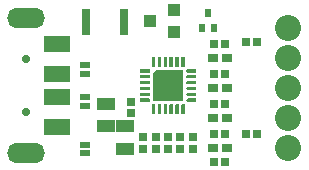
<source format=gts>
%TF.GenerationSoftware,Altium Limited,Altium Designer,24.7.2 (38)*%
G04 Layer_Color=8388736*
%FSLAX26Y26*%
%MOIN*%
%TF.SameCoordinates,5A157747-18B5-4676-A4C7-82BAAE217A37*%
%TF.FilePolarity,Negative*%
%TF.FileFunction,Soldermask,Top*%
%TF.Part,Single*%
G01*
G75*
%TA.AperFunction,SMDPad,CuDef*%
%ADD10C,0.090354*%
%TA.AperFunction,BGAPad,CuDef*%
%ADD11C,0.010630*%
%TA.AperFunction,ConnectorPad*%
%ADD39R,0.086740X0.055244*%
%ADD40R,0.043433X0.039496*%
%TA.AperFunction,SMDPad,CuDef*%
%ADD41R,0.029654X0.086740*%
%ADD42R,0.028346X0.026378*%
%ADD43R,0.026378X0.028346*%
%ADD44R,0.037528X0.031622*%
%ADD45R,0.035559X0.023748*%
%ADD46R,0.023748X0.028079*%
%ADD47R,0.061024X0.043307*%
%TA.AperFunction,ComponentPad*%
%ADD48O,0.126110X0.067055*%
%ADD49C,0.027685*%
%ADD50C,0.086740*%
G36*
X638779Y365158D02*
Y363983D01*
X637880Y361812D01*
X636219Y360151D01*
X634049Y359252D01*
X631699D01*
X629529Y360151D01*
X627867Y361812D01*
X626968Y363983D01*
Y365158D01*
Y392716D01*
X638779D01*
Y365158D01*
D02*
G37*
G36*
X619095D02*
Y363983D01*
X618195Y361812D01*
X616534Y360151D01*
X614364Y359252D01*
X612014D01*
X609844Y360151D01*
X608183Y361812D01*
X607284Y363983D01*
Y365158D01*
X607283D01*
Y392716D01*
X619095D01*
Y365158D01*
D02*
G37*
G36*
X599409D02*
Y363983D01*
X598510Y361812D01*
X596849Y360151D01*
X594678Y359252D01*
X592329D01*
X590159Y360151D01*
X588497Y361812D01*
X587598Y363983D01*
Y365158D01*
Y392716D01*
X599409D01*
Y365158D01*
D02*
G37*
G36*
X579724D02*
Y363983D01*
X578825Y361812D01*
X577164Y360151D01*
X574994Y359252D01*
X572644D01*
X570474Y360151D01*
X568812Y361812D01*
X567913Y363983D01*
Y365158D01*
Y392716D01*
X579724D01*
Y365158D01*
D02*
G37*
G36*
X560039D02*
Y363983D01*
X559140Y361812D01*
X557479Y360151D01*
X555308Y359252D01*
X552959D01*
X550789Y360151D01*
X549127Y361812D01*
X548228Y363983D01*
Y365158D01*
Y392716D01*
X560039D01*
X560039Y365158D01*
D02*
G37*
G36*
X540354D02*
Y363983D01*
X539455Y361812D01*
X537794Y360151D01*
X535623Y359252D01*
X533274D01*
X531104Y360151D01*
X529442Y361812D01*
X528543Y363983D01*
Y365158D01*
Y392716D01*
X540354D01*
Y365158D01*
D02*
G37*
G36*
X677165Y342520D02*
X648432D01*
X646261Y343419D01*
X644600Y345080D01*
X643701Y347250D01*
Y348425D01*
Y349600D01*
X644600Y351770D01*
X646261Y353432D01*
X648432Y354331D01*
X677165D01*
Y342520D01*
D02*
G37*
G36*
X521062Y353432D02*
X522723Y351770D01*
X523622Y349600D01*
Y348425D01*
Y347250D01*
X522723Y345080D01*
X521062Y343419D01*
X518891Y342520D01*
X490158D01*
Y354331D01*
X518891D01*
X521062Y353432D01*
D02*
G37*
G36*
X677165Y322835D02*
X649606Y322835D01*
X648432D01*
X646261Y323734D01*
X644600Y325395D01*
X643701Y327565D01*
Y328740D01*
Y329915D01*
X644600Y332085D01*
X646261Y333747D01*
X648432Y334646D01*
X677165D01*
Y322835D01*
D02*
G37*
G36*
X521062Y333747D02*
X522723Y332085D01*
X523622Y329915D01*
Y328740D01*
Y327565D01*
X522723Y325395D01*
X521062Y323734D01*
X518891Y322835D01*
X517716D01*
Y322835D01*
X490158D01*
Y334646D01*
X518891D01*
X521062Y333747D01*
D02*
G37*
G36*
X677165Y303150D02*
X648432D01*
X646261Y304049D01*
X644600Y305710D01*
X643701Y307880D01*
Y309055D01*
Y310230D01*
X644600Y312400D01*
X646261Y314062D01*
X648432Y314961D01*
X677165D01*
Y303150D01*
D02*
G37*
G36*
X521062Y314062D02*
X522723Y312400D01*
X523622Y310230D01*
Y309055D01*
Y307880D01*
X522723Y305710D01*
X521062Y304049D01*
X518891Y303150D01*
X490158D01*
Y314961D01*
X518891D01*
X521062Y314062D01*
D02*
G37*
G36*
X677165Y283465D02*
X648432D01*
X646261Y284364D01*
X644600Y286025D01*
X643701Y288195D01*
Y289370D01*
Y290545D01*
X644600Y292715D01*
X646261Y294377D01*
X648432Y295276D01*
X677165D01*
Y283465D01*
D02*
G37*
G36*
X521062Y294377D02*
X522723Y292715D01*
X523622Y290545D01*
Y289370D01*
Y288195D01*
X522723Y286025D01*
X521062Y284364D01*
X518891Y283465D01*
X490158D01*
Y295276D01*
X518891D01*
X521062Y294377D01*
D02*
G37*
G36*
X677165Y263779D02*
X648432D01*
X646261Y264678D01*
X644600Y266340D01*
X643701Y268510D01*
Y269685D01*
Y270860D01*
X644600Y273030D01*
X646261Y274691D01*
X648432Y275591D01*
X649606D01*
Y275591D01*
X677165D01*
Y263779D01*
D02*
G37*
G36*
X517716Y275591D02*
X518891D01*
X521062Y274691D01*
X522723Y273030D01*
X523622Y270860D01*
Y269685D01*
Y268510D01*
X522723Y266340D01*
X521062Y264678D01*
X518891Y263779D01*
X490158D01*
Y275591D01*
X517716Y275591D01*
D02*
G37*
G36*
X633858Y249016D02*
X533465D01*
Y339567D01*
X543307Y349409D01*
X633858D01*
Y249016D01*
D02*
G37*
G36*
X677165Y244095D02*
X648432D01*
X646261Y244994D01*
X644600Y246655D01*
X643701Y248825D01*
Y250000D01*
Y251175D01*
X644600Y253345D01*
X646261Y255006D01*
X648432Y255905D01*
X677165D01*
Y244095D01*
D02*
G37*
G36*
X521062Y255006D02*
X522723Y253345D01*
X523622Y251175D01*
Y250000D01*
Y248825D01*
X522723Y246655D01*
X521062Y244994D01*
X518891Y244095D01*
X490158D01*
Y255905D01*
X518891D01*
X521062Y255006D01*
D02*
G37*
G36*
X636219Y238274D02*
X637880Y236613D01*
X638779Y234442D01*
Y233268D01*
Y205709D01*
X626968D01*
Y233268D01*
Y234442D01*
X627867Y236613D01*
X629529Y238274D01*
X631699Y239173D01*
X634049D01*
X636219Y238274D01*
D02*
G37*
G36*
X616534D02*
X618195Y236613D01*
X619095Y234442D01*
Y233268D01*
Y205709D01*
X607283D01*
X607284Y233268D01*
Y234442D01*
X608183Y236613D01*
X609844Y238274D01*
X612014Y239173D01*
X614364D01*
X616534Y238274D01*
D02*
G37*
G36*
X596849D02*
X598510Y236613D01*
X599409Y234442D01*
Y233268D01*
Y205709D01*
X587598D01*
Y233268D01*
Y234442D01*
X588497Y236613D01*
X590159Y238274D01*
X592329Y239173D01*
X594678D01*
X596849Y238274D01*
D02*
G37*
G36*
X577164D02*
X578825Y236613D01*
X579724Y234442D01*
Y233268D01*
Y205709D01*
X567913D01*
Y233268D01*
Y234442D01*
X568812Y236613D01*
X570474Y238274D01*
X572644Y239173D01*
X574994D01*
X577164Y238274D01*
D02*
G37*
G36*
X557479D02*
X559140Y236613D01*
X560039Y234442D01*
Y233268D01*
X560039D01*
Y205709D01*
X548228D01*
Y233268D01*
Y234442D01*
X549127Y236613D01*
X550789Y238274D01*
X552959Y239173D01*
X555308D01*
X557479Y238274D01*
D02*
G37*
G36*
X537794D02*
X539455Y236613D01*
X540354Y234442D01*
Y233268D01*
Y205709D01*
X528543D01*
Y233268D01*
Y234442D01*
X529442Y236613D01*
X531104Y238274D01*
X533274Y239173D01*
X535623D01*
X537794Y238274D01*
D02*
G37*
D10*
X583661Y299213D02*
D03*
D11*
X534449Y376593D02*
D03*
X554134Y375984D02*
D03*
X573819D02*
D03*
X593504Y376593D02*
D03*
X613189Y375984D02*
D03*
X632874D02*
D03*
X661042Y348425D02*
D03*
X660433Y328740D02*
D03*
Y309055D02*
D03*
X661042Y289370D02*
D03*
X660433Y269685D02*
D03*
Y250000D02*
D03*
X632874Y211614D02*
D03*
X613189Y222441D02*
D03*
X593504D02*
D03*
X573819Y221832D02*
D03*
X554134Y222441D02*
D03*
X534449D02*
D03*
X496063Y250000D02*
D03*
X506890Y269685D02*
D03*
Y289370D02*
D03*
X506281Y309055D02*
D03*
X506890Y328740D02*
D03*
Y348425D02*
D03*
D39*
X212598Y161417D02*
D03*
Y259842D02*
D03*
Y338583D02*
D03*
Y437008D02*
D03*
D40*
X523622Y514764D02*
D03*
X602362Y552165D02*
D03*
Y477362D02*
D03*
D41*
X308071Y509842D02*
D03*
X436024D02*
D03*
D42*
X582766Y125984D02*
D03*
Y88189D02*
D03*
X541516Y125984D02*
D03*
Y88189D02*
D03*
X665266Y125984D02*
D03*
Y88189D02*
D03*
X624016Y88189D02*
D03*
Y125984D02*
D03*
X457677Y207480D02*
D03*
Y245276D02*
D03*
X500266Y88189D02*
D03*
Y125984D02*
D03*
D43*
X735630Y138780D02*
D03*
X773425D02*
D03*
X735630Y239173D02*
D03*
X773425D02*
D03*
X735630Y338583D02*
D03*
X773425D02*
D03*
X736024Y45276D02*
D03*
X773819D02*
D03*
X735630Y437008D02*
D03*
X773425D02*
D03*
X880225Y444882D02*
D03*
X842430D02*
D03*
X880225Y137795D02*
D03*
X842430D02*
D03*
D44*
X778543Y189365D02*
D03*
X733268D02*
D03*
Y289365D02*
D03*
X778543D02*
D03*
Y389365D02*
D03*
X733268D02*
D03*
X778543Y89365D02*
D03*
X733268D02*
D03*
D45*
X307087Y366142D02*
D03*
Y338583D02*
D03*
X307087Y232284D02*
D03*
Y259842D02*
D03*
Y74803D02*
D03*
Y102362D02*
D03*
D46*
X695866Y491142D02*
D03*
X735236D02*
D03*
X715551Y542323D02*
D03*
D47*
X375000Y237401D02*
D03*
Y162598D02*
D03*
X440945Y87795D02*
D03*
Y162598D02*
D03*
D48*
X110236Y74803D02*
D03*
Y523622D02*
D03*
D49*
Y210630D02*
D03*
Y387795D02*
D03*
D50*
X984252Y489365D02*
D03*
Y189365D02*
D03*
Y89365D02*
D03*
Y289365D02*
D03*
Y389365D02*
D03*
%TF.MD5,96feb7ab8ed283f87a62f41566c0c102*%
M02*

</source>
